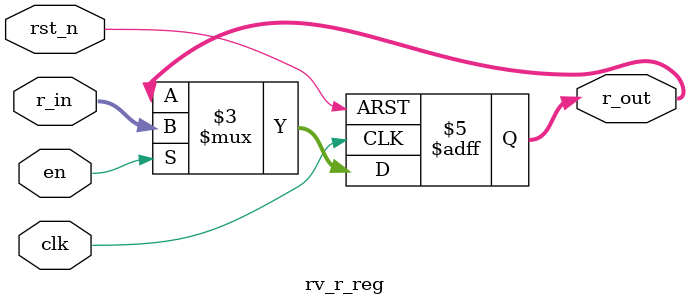
<source format=v>
module rv_r_reg
#(
    parameter WIDTH = 256
)
(
    input                    clk,
    input                    rst_n,
    input                    en,
    input      [WIDTH - 1:0] r_in,
    output reg [WIDTH - 1:0] r_out
);
    // reg [WIDTH-1:0] r_reg;

    always@(posedge clk or negedge rst_n) begin
        if (!rst_n)
            r_out <= 0;
        else
            if(en)
                r_out <= r_in;
    end
endmodule
</source>
